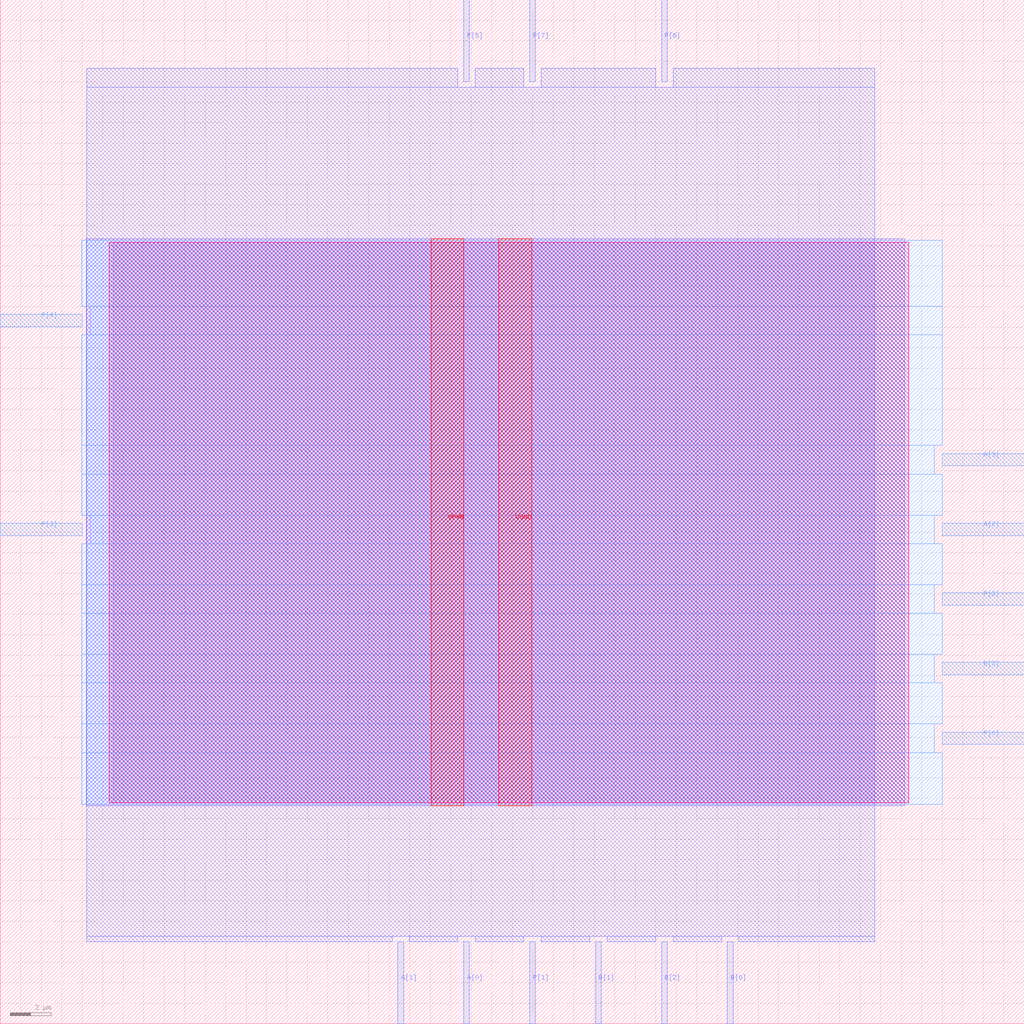
<source format=lef>
VERSION 5.7 ;
  NOWIREEXTENSIONATPIN ON ;
  DIVIDERCHAR "/" ;
  BUSBITCHARS "[]" ;
MACRO mult4_SARSA_RUIDO_e9_SarsaNada_e6_SARSA_RUIDO_e9_SARSA_RUIDO_e9
  CLASS BLOCK ;
  FOREIGN mult4_SARSA_RUIDO_e9_SarsaNada_e6_SARSA_RUIDO_e9_SARSA_RUIDO_e9 ;
  ORIGIN 0.000 0.000 ;
  SIZE 50.000 BY 50.000 ;
  PIN A[0]
    DIRECTION INPUT ;
    USE SIGNAL ;
    ANTENNAGATEAREA 0.213000 ;
    PORT
      LAYER met2 ;
        RECT 22.630 0.000 22.910 4.000 ;
    END
  END A[0]
  PIN A[1]
    DIRECTION INPUT ;
    USE SIGNAL ;
    ANTENNAGATEAREA 0.126000 ;
    PORT
      LAYER met2 ;
        RECT 19.410 0.000 19.690 4.000 ;
    END
  END A[1]
  PIN A[2]
    DIRECTION INPUT ;
    USE SIGNAL ;
    ANTENNAGATEAREA 0.126000 ;
    PORT
      LAYER met3 ;
        RECT 46.000 23.840 50.000 24.440 ;
    END
  END A[2]
  PIN A[3]
    DIRECTION INPUT ;
    USE SIGNAL ;
    ANTENNAGATEAREA 0.196500 ;
    PORT
      LAYER met3 ;
        RECT 46.000 27.240 50.000 27.840 ;
    END
  END A[3]
  PIN B[0]
    DIRECTION INPUT ;
    USE SIGNAL ;
    ANTENNAGATEAREA 0.196500 ;
    PORT
      LAYER met2 ;
        RECT 35.510 0.000 35.790 4.000 ;
    END
  END B[0]
  PIN B[1]
    DIRECTION INPUT ;
    USE SIGNAL ;
    ANTENNAGATEAREA 0.196500 ;
    PORT
      LAYER met2 ;
        RECT 29.070 0.000 29.350 4.000 ;
    END
  END B[1]
  PIN B[2]
    DIRECTION INPUT ;
    USE SIGNAL ;
    ANTENNAGATEAREA 0.213000 ;
    PORT
      LAYER met2 ;
        RECT 32.290 0.000 32.570 4.000 ;
    END
  END B[2]
  PIN B[3]
    DIRECTION INPUT ;
    USE SIGNAL ;
    ANTENNAGATEAREA 0.159000 ;
    PORT
      LAYER met3 ;
        RECT 46.000 17.040 50.000 17.640 ;
    END
  END B[3]
  PIN P[0]
    DIRECTION OUTPUT ;
    USE SIGNAL ;
    ANTENNADIFFAREA 0.445500 ;
    PORT
      LAYER met3 ;
        RECT 46.000 13.640 50.000 14.240 ;
    END
  END P[0]
  PIN P[1]
    DIRECTION OUTPUT ;
    USE SIGNAL ;
    ANTENNADIFFAREA 0.445500 ;
    PORT
      LAYER met2 ;
        RECT 25.850 0.000 26.130 4.000 ;
    END
  END P[1]
  PIN P[2]
    DIRECTION OUTPUT ;
    USE SIGNAL ;
    ANTENNADIFFAREA 0.445500 ;
    PORT
      LAYER met3 ;
        RECT 46.000 20.440 50.000 21.040 ;
    END
  END P[2]
  PIN P[3]
    DIRECTION OUTPUT ;
    USE SIGNAL ;
    ANTENNADIFFAREA 0.445500 ;
    PORT
      LAYER met3 ;
        RECT 0.000 23.840 4.000 24.440 ;
    END
  END P[3]
  PIN P[4]
    DIRECTION OUTPUT ;
    USE SIGNAL ;
    ANTENNADIFFAREA 0.445500 ;
    PORT
      LAYER met3 ;
        RECT 0.000 34.040 4.000 34.640 ;
    END
  END P[4]
  PIN P[5]
    DIRECTION OUTPUT ;
    USE SIGNAL ;
    ANTENNADIFFAREA 0.445500 ;
    PORT
      LAYER met2 ;
        RECT 22.630 46.000 22.910 50.000 ;
    END
  END P[5]
  PIN P[6]
    DIRECTION OUTPUT ;
    USE SIGNAL ;
    ANTENNADIFFAREA 0.445500 ;
    PORT
      LAYER met2 ;
        RECT 32.290 46.000 32.570 50.000 ;
    END
  END P[6]
  PIN P[7]
    DIRECTION OUTPUT ;
    USE SIGNAL ;
    ANTENNADIFFAREA 0.445500 ;
    PORT
      LAYER met2 ;
        RECT 25.850 46.000 26.130 50.000 ;
    END
  END P[7]
  PIN VGND
    DIRECTION INOUT ;
    USE GROUND ;
    PORT
      LAYER met4 ;
        RECT 24.340 10.640 25.940 38.320 ;
    END
  END VGND
  PIN VPWR
    DIRECTION INOUT ;
    USE POWER ;
    PORT
      LAYER met4 ;
        RECT 21.040 10.640 22.640 38.320 ;
    END
  END VPWR
  OBS
      LAYER nwell ;
        RECT 5.330 10.795 44.350 38.165 ;
      LAYER li1 ;
        RECT 5.520 10.795 44.160 38.165 ;
      LAYER met1 ;
        RECT 4.210 10.640 44.160 38.320 ;
      LAYER met2 ;
        RECT 4.230 45.720 22.350 46.650 ;
        RECT 23.190 45.720 25.570 46.650 ;
        RECT 26.410 45.720 32.010 46.650 ;
        RECT 32.850 45.720 42.690 46.650 ;
        RECT 4.230 4.280 42.690 45.720 ;
        RECT 4.230 4.000 19.130 4.280 ;
        RECT 19.970 4.000 22.350 4.280 ;
        RECT 23.190 4.000 25.570 4.280 ;
        RECT 26.410 4.000 28.790 4.280 ;
        RECT 29.630 4.000 32.010 4.280 ;
        RECT 32.850 4.000 35.230 4.280 ;
        RECT 36.070 4.000 42.690 4.280 ;
      LAYER met3 ;
        RECT 3.990 35.040 46.000 38.245 ;
        RECT 4.400 33.640 46.000 35.040 ;
        RECT 3.990 28.240 46.000 33.640 ;
        RECT 3.990 26.840 45.600 28.240 ;
        RECT 3.990 24.840 46.000 26.840 ;
        RECT 4.400 23.440 45.600 24.840 ;
        RECT 3.990 21.440 46.000 23.440 ;
        RECT 3.990 20.040 45.600 21.440 ;
        RECT 3.990 18.040 46.000 20.040 ;
        RECT 3.990 16.640 45.600 18.040 ;
        RECT 3.990 14.640 46.000 16.640 ;
        RECT 3.990 13.240 45.600 14.640 ;
        RECT 3.990 10.715 46.000 13.240 ;
  END
END mult4_SARSA_RUIDO_e9_SarsaNada_e6_SARSA_RUIDO_e9_SARSA_RUIDO_e9
END LIBRARY


</source>
